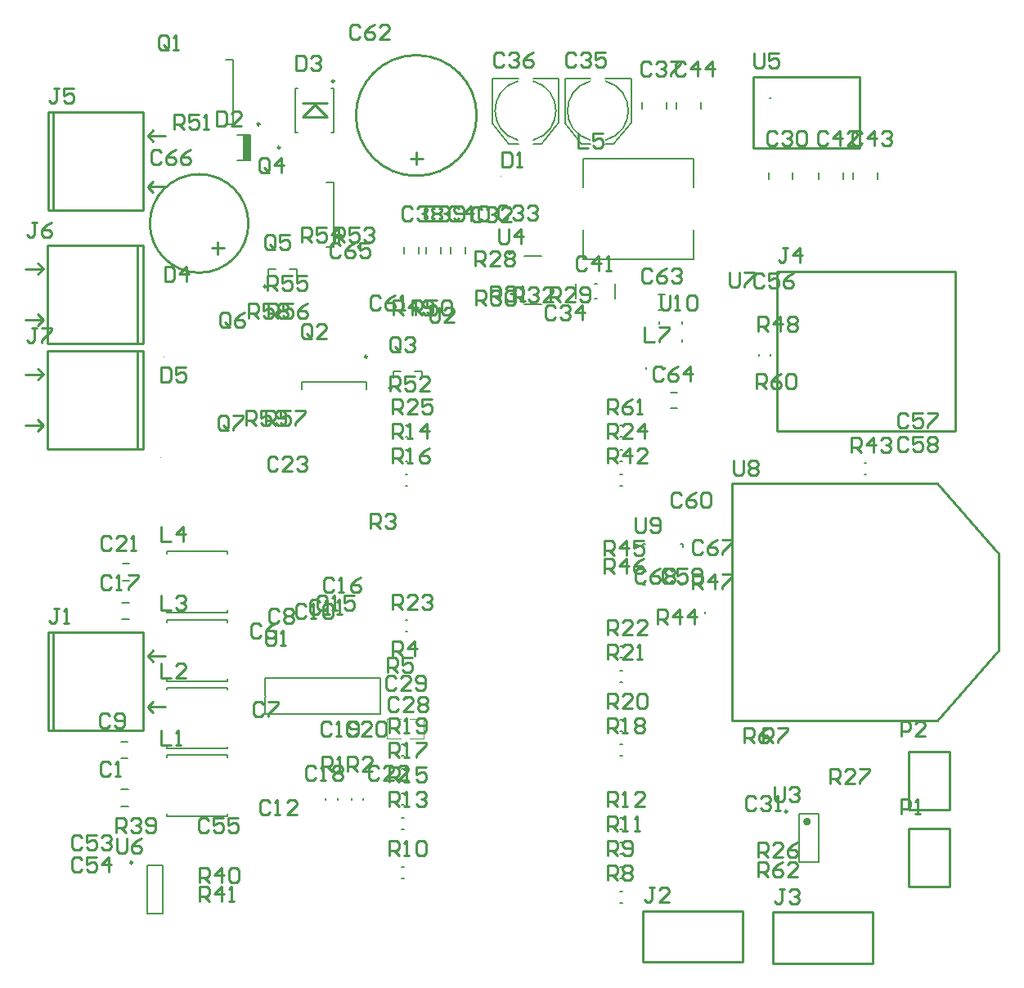
<source format=gto>
G04 Layer_Color=15132400*
%FSLAX25Y25*%
%MOIN*%
G70*
G01*
G75*
%ADD73C,0.01000*%
%ADD89C,0.01575*%
%ADD90C,0.00984*%
%ADD91C,0.00787*%
%ADD92C,0.00800*%
%ADD93C,0.00394*%
%ADD94C,0.00500*%
%ADD95R,0.03062X0.10236*%
D73*
X395358Y473520D02*
G03*
X395358Y473520I-220J0D01*
G01*
X275606Y466500D02*
G03*
X275606Y466500I-24606J0D01*
G01*
X182579Y422500D02*
G03*
X182579Y422500I-20079J0D01*
G01*
X388347Y482279D02*
X431653D01*
X388347Y453146D02*
Y482279D01*
Y453146D02*
X431653D01*
Y482279D01*
X379760Y219965D02*
Y316421D01*
Y219965D02*
X463421D01*
X488421Y248508D01*
Y287878D01*
X463421Y316421D02*
X488421Y287878D01*
X379760Y316421D02*
X463421D01*
X468213Y152194D02*
Y175794D01*
X451500D02*
X468213D01*
X451500Y152194D02*
Y175794D01*
Y152194D02*
X468213D01*
Y183695D02*
Y207295D01*
X451500D02*
X468213D01*
X451500Y183695D02*
Y207295D01*
Y183695D02*
X468213D01*
X100890Y216000D02*
X139472D01*
X100890Y256000D02*
X139472D01*
X100890Y216000D02*
Y256000D01*
X103055Y216000D02*
Y256000D01*
X139669Y216000D02*
Y256000D01*
X141539Y246197D02*
X143705Y244032D01*
X141539Y246394D02*
X143705Y248559D01*
X141539Y246394D02*
X148724D01*
X141539Y225331D02*
X143705Y223165D01*
X141539Y225528D02*
X143705Y227693D01*
X141539Y225528D02*
X148724D01*
X343400Y121500D02*
X384000D01*
X343400D02*
Y142400D01*
X384000D01*
Y121500D02*
Y142400D01*
X396400Y121000D02*
X437000D01*
X396400D02*
Y141900D01*
X437000D01*
Y121000D02*
Y141900D01*
X398000Y403000D02*
X470500D01*
Y338000D02*
Y403000D01*
X410500Y338000D02*
X470500D01*
X398000D02*
X410500D01*
X398000D02*
Y403000D01*
X204500Y466000D02*
X209500Y471000D01*
X204500Y466000D02*
X214500D01*
X209500Y471000D02*
X214500Y466000D01*
X209500Y471000D02*
Y471500D01*
X204500D02*
X214500D01*
X251000Y446500D02*
Y451500D01*
X248500Y449000D02*
X253500D01*
X100890Y428000D02*
X139472D01*
X100890Y468000D02*
X139472D01*
X100890Y428000D02*
Y468000D01*
X103055Y428000D02*
Y468000D01*
X139669Y428000D02*
Y468000D01*
X141539Y458197D02*
X143705Y456032D01*
X141539Y458394D02*
X143705Y460559D01*
X141539Y458394D02*
X148724D01*
X141539Y437331D02*
X143705Y435165D01*
X141539Y437528D02*
X143705Y439693D01*
X141539Y437528D02*
X148724D01*
X101028Y413500D02*
X139610D01*
X101028Y373500D02*
X139610D01*
Y413500D01*
X137445Y373500D02*
Y413500D01*
X100831Y373500D02*
Y413500D01*
X96795Y385469D02*
X98961Y383303D01*
X96795Y380941D02*
X98961Y383106D01*
X91776D02*
X98961D01*
X96795Y406335D02*
X98961Y404169D01*
X96795Y401807D02*
X98961Y403972D01*
X91776D02*
X98961D01*
X101028Y370500D02*
X139610D01*
X101028Y330500D02*
X139610D01*
Y370500D01*
X137445Y330500D02*
Y370500D01*
X100831Y330500D02*
Y370500D01*
X96795Y342469D02*
X98961Y340303D01*
X96795Y337941D02*
X98961Y340106D01*
X91776D02*
X98961D01*
X96795Y363335D02*
X98961Y361169D01*
X96795Y358807D02*
X98961Y360972D01*
X91776D02*
X98961D01*
X170000Y410000D02*
Y415000D01*
X167500Y412500D02*
X172500D01*
X360599Y487698D02*
X359599Y488698D01*
X357600D01*
X356600Y487698D01*
Y483700D01*
X357600Y482700D01*
X359599D01*
X360599Y483700D01*
X365597Y482700D02*
Y488698D01*
X362598Y485699D01*
X366597D01*
X371595Y482700D02*
Y488698D01*
X368596Y485699D01*
X372595D01*
X432599Y459198D02*
X431599Y460198D01*
X429600D01*
X428600Y459198D01*
Y455200D01*
X429600Y454200D01*
X431599D01*
X432599Y455200D01*
X437597Y454200D02*
Y460198D01*
X434598Y457199D01*
X438597D01*
X440596Y459198D02*
X441596Y460198D01*
X443595D01*
X444595Y459198D01*
Y458199D01*
X443595Y457199D01*
X442595D01*
X443595D01*
X444595Y456199D01*
Y455200D01*
X443595Y454200D01*
X441596D01*
X440596Y455200D01*
X418599Y459198D02*
X417599Y460198D01*
X415600D01*
X414600Y459198D01*
Y455200D01*
X415600Y454200D01*
X417599D01*
X418599Y455200D01*
X423597Y454200D02*
Y460198D01*
X420598Y457199D01*
X424597D01*
X430595Y454200D02*
X426596D01*
X430595Y458199D01*
Y459198D01*
X429595Y460198D01*
X427596D01*
X426596Y459198D01*
X398099D02*
X397099Y460198D01*
X395100D01*
X394100Y459198D01*
Y455200D01*
X395100Y454200D01*
X397099D01*
X398099Y455200D01*
X400098Y459198D02*
X401098Y460198D01*
X403097D01*
X404097Y459198D01*
Y458199D01*
X403097Y457199D01*
X402097D01*
X403097D01*
X404097Y456199D01*
Y455200D01*
X403097Y454200D01*
X401098D01*
X400098Y455200D01*
X406096Y459198D02*
X407096Y460198D01*
X409095D01*
X410095Y459198D01*
Y455200D01*
X409095Y454200D01*
X407096D01*
X406096Y455200D01*
Y459198D01*
X388800Y491798D02*
Y486800D01*
X389800Y485800D01*
X391799D01*
X392799Y486800D01*
Y491798D01*
X398797D02*
X394798D01*
Y488799D01*
X396797Y489799D01*
X397797D01*
X398797Y488799D01*
Y486800D01*
X397797Y485800D01*
X395798D01*
X394798Y486800D01*
X390200Y156300D02*
Y162298D01*
X393199D01*
X394199Y161298D01*
Y159299D01*
X393199Y158299D01*
X390200D01*
X392199D02*
X394199Y156300D01*
X400197Y162298D02*
X398197Y161298D01*
X396198Y159299D01*
Y157300D01*
X397198Y156300D01*
X399197D01*
X400197Y157300D01*
Y158299D01*
X399197Y159299D01*
X396198D01*
X406195Y156300D02*
X402196D01*
X406195Y160299D01*
Y161298D01*
X405195Y162298D01*
X403196D01*
X402196Y161298D01*
X350500Y393298D02*
Y388300D01*
X351500Y387300D01*
X353499D01*
X354499Y388300D01*
Y393298D01*
X356498Y387300D02*
X358497D01*
X357498D01*
Y393298D01*
X356498Y392298D01*
X361496D02*
X362496Y393298D01*
X364495D01*
X365495Y392298D01*
Y388300D01*
X364495Y387300D01*
X362496D01*
X361496Y388300D01*
Y392298D01*
X343867Y380256D02*
Y374258D01*
X347865D01*
X349865Y380256D02*
X353863D01*
Y379256D01*
X349865Y375257D01*
Y374258D01*
X351799Y363098D02*
X350799Y364098D01*
X348800D01*
X347800Y363098D01*
Y359100D01*
X348800Y358100D01*
X350799D01*
X351799Y359100D01*
X357797Y364098D02*
X355797Y363098D01*
X353798Y361099D01*
Y359100D01*
X354798Y358100D01*
X356797D01*
X357797Y359100D01*
Y360099D01*
X356797Y361099D01*
X353798D01*
X362795Y358100D02*
Y364098D01*
X359796Y361099D01*
X363795D01*
X346865Y403156D02*
X345866Y404156D01*
X343866D01*
X342867Y403156D01*
Y399158D01*
X343866Y398158D01*
X345866D01*
X346865Y399158D01*
X352863Y404156D02*
X350864Y403156D01*
X348865Y401157D01*
Y399158D01*
X349864Y398158D01*
X351864D01*
X352863Y399158D01*
Y400157D01*
X351864Y401157D01*
X348865D01*
X354863Y403156D02*
X355862Y404156D01*
X357862D01*
X358861Y403156D01*
Y402156D01*
X357862Y401157D01*
X356862D01*
X357862D01*
X358861Y400157D01*
Y399158D01*
X357862Y398158D01*
X355862D01*
X354863Y399158D01*
X363700Y273600D02*
Y279598D01*
X366699D01*
X367699Y278598D01*
Y276599D01*
X366699Y275599D01*
X363700D01*
X365699D02*
X367699Y273600D01*
X372697D02*
Y279598D01*
X369698Y276599D01*
X373697D01*
X375696Y279598D02*
X379695D01*
Y278598D01*
X375696Y274600D01*
Y273600D01*
X327700Y279800D02*
Y285798D01*
X330699D01*
X331699Y284798D01*
Y282799D01*
X330699Y281799D01*
X327700D01*
X329699D02*
X331699Y279800D01*
X336697D02*
Y285798D01*
X333698Y282799D01*
X337697D01*
X343695Y285798D02*
X341695Y284798D01*
X339696Y282799D01*
Y280800D01*
X340696Y279800D01*
X342695D01*
X343695Y280800D01*
Y281799D01*
X342695Y282799D01*
X339696D01*
X327700Y287300D02*
Y293298D01*
X330699D01*
X331699Y292298D01*
Y290299D01*
X330699Y289299D01*
X327700D01*
X329699D02*
X331699Y287300D01*
X336697D02*
Y293298D01*
X333698Y290299D01*
X337697D01*
X343695Y293298D02*
X339696D01*
Y290299D01*
X341695Y291299D01*
X342695D01*
X343695Y290299D01*
Y288300D01*
X342695Y287300D01*
X340696D01*
X339696Y288300D01*
X349200Y259300D02*
Y265298D01*
X352199D01*
X353199Y264298D01*
Y262299D01*
X352199Y261299D01*
X349200D01*
X351199D02*
X353199Y259300D01*
X358197D02*
Y265298D01*
X355198Y262299D01*
X359197D01*
X364195Y259300D02*
Y265298D01*
X361196Y262299D01*
X365195D01*
X358999Y311898D02*
X357999Y312898D01*
X356000D01*
X355000Y311898D01*
Y307900D01*
X356000Y306900D01*
X357999D01*
X358999Y307900D01*
X364997Y312898D02*
X362997Y311898D01*
X360998Y309899D01*
Y307900D01*
X361998Y306900D01*
X363997D01*
X364997Y307900D01*
Y308899D01*
X363997Y309899D01*
X360998D01*
X366996Y311898D02*
X367996Y312898D01*
X369995D01*
X370995Y311898D01*
Y307900D01*
X369995Y306900D01*
X367996D01*
X366996Y307900D01*
Y311898D01*
X355299Y280798D02*
X354299Y281798D01*
X352300D01*
X351300Y280798D01*
Y276800D01*
X352300Y275800D01*
X354299D01*
X355299Y276800D01*
X361297Y281798D02*
X357298D01*
Y278799D01*
X359297Y279799D01*
X360297D01*
X361297Y278799D01*
Y276800D01*
X360297Y275800D01*
X358298D01*
X357298Y276800D01*
X363296D02*
X364296Y275800D01*
X366295D01*
X367295Y276800D01*
Y280798D01*
X366295Y281798D01*
X364296D01*
X363296Y280798D01*
Y279799D01*
X364296Y278799D01*
X367295D01*
X340250Y302448D02*
Y297450D01*
X341250Y296450D01*
X343249D01*
X344249Y297450D01*
Y302448D01*
X346248Y297450D02*
X347248Y296450D01*
X349247D01*
X350247Y297450D01*
Y301448D01*
X349247Y302448D01*
X347248D01*
X346248Y301448D01*
Y300449D01*
X347248Y299449D01*
X350247D01*
X448500Y213500D02*
Y219498D01*
X451499D01*
X452499Y218498D01*
Y216499D01*
X451499Y215499D01*
X448500D01*
X458497Y213500D02*
X454498D01*
X458497Y217499D01*
Y218498D01*
X457497Y219498D01*
X455498D01*
X454498Y218498D01*
X448500Y182000D02*
Y187998D01*
X451499D01*
X452499Y186998D01*
Y184999D01*
X451499Y183999D01*
X448500D01*
X454498Y182000D02*
X456497D01*
X455498D01*
Y187998D01*
X454498Y186998D01*
X126199Y202198D02*
X125199Y203198D01*
X123200D01*
X122200Y202198D01*
Y198200D01*
X123200Y197200D01*
X125199D01*
X126199Y198200D01*
X128198Y197200D02*
X130197D01*
X129198D01*
Y203198D01*
X128198Y202198D01*
X187829Y258579D02*
X186829Y259579D01*
X184830D01*
X183830Y258579D01*
Y254580D01*
X184830Y253581D01*
X186829D01*
X187829Y254580D01*
X193827Y259579D02*
X191827Y258579D01*
X189828Y256580D01*
Y254580D01*
X190828Y253581D01*
X192827D01*
X193827Y254580D01*
Y255580D01*
X192827Y256580D01*
X189828D01*
X188829Y226579D02*
X187829Y227579D01*
X185830D01*
X184830Y226579D01*
Y222580D01*
X185830Y221581D01*
X187829D01*
X188829Y222580D01*
X190828Y227579D02*
X194827D01*
Y226579D01*
X190828Y222580D01*
Y221581D01*
X194999Y264498D02*
X193999Y265498D01*
X192000D01*
X191000Y264498D01*
Y260500D01*
X192000Y259500D01*
X193999D01*
X194999Y260500D01*
X196998Y264498D02*
X197998Y265498D01*
X199997D01*
X200997Y264498D01*
Y263499D01*
X199997Y262499D01*
X200997Y261499D01*
Y260500D01*
X199997Y259500D01*
X197998D01*
X196998Y260500D01*
Y261499D01*
X197998Y262499D01*
X196998Y263499D01*
Y264498D01*
X197998Y262499D02*
X199997D01*
X126099Y221798D02*
X125099Y222798D01*
X123100D01*
X122100Y221798D01*
Y217800D01*
X123100Y216800D01*
X125099D01*
X126099Y217800D01*
X128098D02*
X129098Y216800D01*
X131097D01*
X132097Y217800D01*
Y221798D01*
X131097Y222798D01*
X129098D01*
X128098Y221798D01*
Y220799D01*
X129098Y219799D01*
X132097D01*
X205999Y266498D02*
X204999Y267498D01*
X203000D01*
X202000Y266498D01*
Y262500D01*
X203000Y261500D01*
X204999D01*
X205999Y262500D01*
X207998Y261500D02*
X209997D01*
X208998D01*
Y267498D01*
X207998Y266498D01*
X212996D02*
X213996Y267498D01*
X215996D01*
X216995Y266498D01*
Y262500D01*
X215996Y261500D01*
X213996D01*
X212996Y262500D01*
Y266498D01*
X211629Y268179D02*
X210629Y269179D01*
X208630D01*
X207630Y268179D01*
Y264180D01*
X208630Y263181D01*
X210629D01*
X211629Y264180D01*
X213628Y263181D02*
X215627D01*
X214628D01*
Y269179D01*
X213628Y268179D01*
X218626Y263181D02*
X220626D01*
X219626D01*
Y269179D01*
X218626Y268179D01*
X191329Y186679D02*
X190329Y187679D01*
X188330D01*
X187330Y186679D01*
Y182680D01*
X188330Y181681D01*
X190329D01*
X191329Y182680D01*
X193328Y181681D02*
X195327D01*
X194328D01*
Y187679D01*
X193328Y186679D01*
X202325Y181681D02*
X198326D01*
X202325Y185679D01*
Y186679D01*
X201325Y187679D01*
X199326D01*
X198326Y186679D01*
X214529Y269879D02*
X213529Y270879D01*
X211530D01*
X210530Y269879D01*
Y265880D01*
X211530Y264881D01*
X213529D01*
X214529Y265880D01*
X216528Y264881D02*
X218527D01*
X217528D01*
Y270879D01*
X216528Y269879D01*
X225525Y270879D02*
X221526D01*
Y267880D01*
X223526Y268879D01*
X224525D01*
X225525Y267880D01*
Y265880D01*
X224525Y264881D01*
X222526D01*
X221526Y265880D01*
X217329Y277279D02*
X216329Y278279D01*
X214330D01*
X213330Y277279D01*
Y273280D01*
X214330Y272281D01*
X216329D01*
X217329Y273280D01*
X219328Y272281D02*
X221327D01*
X220328D01*
Y278279D01*
X219328Y277279D01*
X228325Y278279D02*
X226326Y277279D01*
X224326Y275280D01*
Y273280D01*
X225326Y272281D01*
X227325D01*
X228325Y273280D01*
Y274280D01*
X227325Y275280D01*
X224326D01*
X126599Y278298D02*
X125599Y279298D01*
X123600D01*
X122600Y278298D01*
Y274300D01*
X123600Y273300D01*
X125599D01*
X126599Y274300D01*
X128598Y273300D02*
X130597D01*
X129598D01*
Y279298D01*
X128598Y278298D01*
X133596Y279298D02*
X137595D01*
Y278298D01*
X133596Y274300D01*
Y273300D01*
X210049Y200648D02*
X209049Y201648D01*
X207050D01*
X206050Y200648D01*
Y196650D01*
X207050Y195650D01*
X209049D01*
X210049Y196650D01*
X212048Y195650D02*
X214047D01*
X213048D01*
Y201648D01*
X212048Y200648D01*
X217046D02*
X218046Y201648D01*
X220045D01*
X221045Y200648D01*
Y199649D01*
X220045Y198649D01*
X221045Y197649D01*
Y196650D01*
X220045Y195650D01*
X218046D01*
X217046Y196650D01*
Y197649D01*
X218046Y198649D01*
X217046Y199649D01*
Y200648D01*
X218046Y198649D02*
X220045D01*
X216299Y218598D02*
X215299Y219598D01*
X213300D01*
X212300Y218598D01*
Y214600D01*
X213300Y213600D01*
X215299D01*
X216299Y214600D01*
X218298Y213600D02*
X220297D01*
X219298D01*
Y219598D01*
X218298Y218598D01*
X223296Y214600D02*
X224296Y213600D01*
X226295D01*
X227295Y214600D01*
Y218598D01*
X226295Y219598D01*
X224296D01*
X223296Y218598D01*
Y217599D01*
X224296Y216599D01*
X227295D01*
X226799Y218598D02*
X225799Y219598D01*
X223800D01*
X222800Y218598D01*
Y214600D01*
X223800Y213600D01*
X225799D01*
X226799Y214600D01*
X232797Y213600D02*
X228798D01*
X232797Y217599D01*
Y218598D01*
X231797Y219598D01*
X229798D01*
X228798Y218598D01*
X234796D02*
X235796Y219598D01*
X237795D01*
X238795Y218598D01*
Y214600D01*
X237795Y213600D01*
X235796D01*
X234796Y214600D01*
Y218598D01*
X126699Y294198D02*
X125699Y295198D01*
X123700D01*
X122700Y294198D01*
Y290200D01*
X123700Y289200D01*
X125699D01*
X126699Y290200D01*
X132697Y289200D02*
X128698D01*
X132697Y293199D01*
Y294198D01*
X131697Y295198D01*
X129698D01*
X128698Y294198D01*
X134696Y289200D02*
X136696D01*
X135696D01*
Y295198D01*
X134696Y294198D01*
X235549Y200648D02*
X234549Y201648D01*
X232550D01*
X231550Y200648D01*
Y196650D01*
X232550Y195650D01*
X234549D01*
X235549Y196650D01*
X241547Y195650D02*
X237548D01*
X241547Y199649D01*
Y200648D01*
X240547Y201648D01*
X238548D01*
X237548Y200648D01*
X247545Y195650D02*
X243546D01*
X247545Y199649D01*
Y200648D01*
X246545Y201648D01*
X244546D01*
X243546Y200648D01*
X194499Y326598D02*
X193499Y327598D01*
X191500D01*
X190500Y326598D01*
Y322600D01*
X191500Y321600D01*
X193499D01*
X194499Y322600D01*
X200497Y321600D02*
X196498D01*
X200497Y325599D01*
Y326598D01*
X199497Y327598D01*
X197498D01*
X196498Y326598D01*
X202496D02*
X203496Y327598D01*
X205495D01*
X206495Y326598D01*
Y325599D01*
X205495Y324599D01*
X204496D01*
X205495D01*
X206495Y323599D01*
Y322600D01*
X205495Y321600D01*
X203496D01*
X202496Y322600D01*
X243799Y228598D02*
X242799Y229598D01*
X240800D01*
X239800Y228598D01*
Y224600D01*
X240800Y223600D01*
X242799D01*
X243799Y224600D01*
X249797Y223600D02*
X245798D01*
X249797Y227599D01*
Y228598D01*
X248797Y229598D01*
X246798D01*
X245798Y228598D01*
X251796D02*
X252796Y229598D01*
X254795D01*
X255795Y228598D01*
Y227599D01*
X254795Y226599D01*
X255795Y225599D01*
Y224600D01*
X254795Y223600D01*
X252796D01*
X251796Y224600D01*
Y225599D01*
X252796Y226599D01*
X251796Y227599D01*
Y228598D01*
X252796Y226599D02*
X254795D01*
X242699Y237198D02*
X241699Y238198D01*
X239700D01*
X238700Y237198D01*
Y233200D01*
X239700Y232200D01*
X241699D01*
X242699Y233200D01*
X248697Y232200D02*
X244698D01*
X248697Y236199D01*
Y237198D01*
X247697Y238198D01*
X245698D01*
X244698Y237198D01*
X250696Y233200D02*
X251696Y232200D01*
X253695D01*
X254695Y233200D01*
Y237198D01*
X253695Y238198D01*
X251696D01*
X250696Y237198D01*
Y236199D01*
X251696Y235199D01*
X254695D01*
X389299Y188098D02*
X388299Y189098D01*
X386300D01*
X385300Y188098D01*
Y184100D01*
X386300Y183100D01*
X388299D01*
X389299Y184100D01*
X391298Y188098D02*
X392298Y189098D01*
X394297D01*
X395297Y188098D01*
Y187099D01*
X394297Y186099D01*
X393297D01*
X394297D01*
X395297Y185099D01*
Y184100D01*
X394297Y183100D01*
X392298D01*
X391298Y184100D01*
X397296Y183100D02*
X399295D01*
X398296D01*
Y189098D01*
X397296Y188098D01*
X277799Y428098D02*
X276799Y429098D01*
X274800D01*
X273800Y428098D01*
Y424100D01*
X274800Y423100D01*
X276799D01*
X277799Y424100D01*
X279798Y428098D02*
X280798Y429098D01*
X282797D01*
X283797Y428098D01*
Y427099D01*
X282797Y426099D01*
X281797D01*
X282797D01*
X283797Y425099D01*
Y424100D01*
X282797Y423100D01*
X280798D01*
X279798Y424100D01*
X289795Y423100D02*
X285796D01*
X289795Y427099D01*
Y428098D01*
X288795Y429098D01*
X286796D01*
X285796Y428098D01*
X288449Y428748D02*
X287449Y429748D01*
X285450D01*
X284450Y428748D01*
Y424750D01*
X285450Y423750D01*
X287449D01*
X288449Y424750D01*
X290448Y428748D02*
X291448Y429748D01*
X293447D01*
X294447Y428748D01*
Y427749D01*
X293447Y426749D01*
X292447D01*
X293447D01*
X294447Y425749D01*
Y424750D01*
X293447Y423750D01*
X291448D01*
X290448Y424750D01*
X296446Y428748D02*
X297446Y429748D01*
X299445D01*
X300445Y428748D01*
Y427749D01*
X299445Y426749D01*
X298446D01*
X299445D01*
X300445Y425749D01*
Y424750D01*
X299445Y423750D01*
X297446D01*
X296446Y424750D01*
X307749Y388248D02*
X306749Y389248D01*
X304750D01*
X303750Y388248D01*
Y384250D01*
X304750Y383250D01*
X306749D01*
X307749Y384250D01*
X309748Y388248D02*
X310748Y389248D01*
X312747D01*
X313747Y388248D01*
Y387249D01*
X312747Y386249D01*
X311747D01*
X312747D01*
X313747Y385249D01*
Y384250D01*
X312747Y383250D01*
X310748D01*
X309748Y384250D01*
X318745Y383250D02*
Y389248D01*
X315746Y386249D01*
X319745D01*
X316099Y491298D02*
X315099Y492298D01*
X313100D01*
X312100Y491298D01*
Y487300D01*
X313100Y486300D01*
X315099D01*
X316099Y487300D01*
X318098Y491298D02*
X319098Y492298D01*
X321097D01*
X322097Y491298D01*
Y490299D01*
X321097Y489299D01*
X320097D01*
X321097D01*
X322097Y488299D01*
Y487300D01*
X321097Y486300D01*
X319098D01*
X318098Y487300D01*
X328095Y492298D02*
X324096D01*
Y489299D01*
X326096Y490299D01*
X327095D01*
X328095Y489299D01*
Y487300D01*
X327095Y486300D01*
X325096D01*
X324096Y487300D01*
X286599Y491298D02*
X285599Y492298D01*
X283600D01*
X282600Y491298D01*
Y487300D01*
X283600Y486300D01*
X285599D01*
X286599Y487300D01*
X288598Y491298D02*
X289598Y492298D01*
X291597D01*
X292597Y491298D01*
Y490299D01*
X291597Y489299D01*
X290597D01*
X291597D01*
X292597Y488299D01*
Y487300D01*
X291597Y486300D01*
X289598D01*
X288598Y487300D01*
X298595Y492298D02*
X296596Y491298D01*
X294596Y489299D01*
Y487300D01*
X295596Y486300D01*
X297595D01*
X298595Y487300D01*
Y488299D01*
X297595Y489299D01*
X294596D01*
X346599Y487698D02*
X345599Y488698D01*
X343600D01*
X342600Y487698D01*
Y483700D01*
X343600Y482700D01*
X345599D01*
X346599Y483700D01*
X348598Y487698D02*
X349598Y488698D01*
X351597D01*
X352597Y487698D01*
Y486699D01*
X351597Y485699D01*
X350597D01*
X351597D01*
X352597Y484699D01*
Y483700D01*
X351597Y482700D01*
X349598D01*
X348598Y483700D01*
X354596Y488698D02*
X358595D01*
Y487698D01*
X354596Y483700D01*
Y482700D01*
X249399Y428698D02*
X248399Y429698D01*
X246400D01*
X245400Y428698D01*
Y424700D01*
X246400Y423700D01*
X248399D01*
X249399Y424700D01*
X251398Y428698D02*
X252398Y429698D01*
X254397D01*
X255397Y428698D01*
Y427699D01*
X254397Y426699D01*
X253397D01*
X254397D01*
X255397Y425699D01*
Y424700D01*
X254397Y423700D01*
X252398D01*
X251398Y424700D01*
X257396Y428698D02*
X258396Y429698D01*
X260395D01*
X261395Y428698D01*
Y427699D01*
X260395Y426699D01*
X261395Y425699D01*
Y424700D01*
X260395Y423700D01*
X258396D01*
X257396Y424700D01*
Y425699D01*
X258396Y426699D01*
X257396Y427699D01*
Y428698D01*
X258396Y426699D02*
X260395D01*
X258399Y428698D02*
X257399Y429698D01*
X255400D01*
X254400Y428698D01*
Y424700D01*
X255400Y423700D01*
X257399D01*
X258399Y424700D01*
X260398Y428698D02*
X261398Y429698D01*
X263397D01*
X264397Y428698D01*
Y427699D01*
X263397Y426699D01*
X262397D01*
X263397D01*
X264397Y425699D01*
Y424700D01*
X263397Y423700D01*
X261398D01*
X260398Y424700D01*
X266396D02*
X267396Y423700D01*
X269395D01*
X270395Y424700D01*
Y428698D01*
X269395Y429698D01*
X267396D01*
X266396Y428698D01*
Y427699D01*
X267396Y426699D01*
X270395D01*
X268399Y428698D02*
X267399Y429698D01*
X265400D01*
X264400Y428698D01*
Y424700D01*
X265400Y423700D01*
X267399D01*
X268399Y424700D01*
X273397Y423700D02*
Y429698D01*
X270398Y426699D01*
X274397D01*
X276396Y428698D02*
X277396Y429698D01*
X279395D01*
X280395Y428698D01*
Y424700D01*
X279395Y423700D01*
X277396D01*
X276396Y424700D01*
Y428698D01*
X320399Y408198D02*
X319399Y409198D01*
X317400D01*
X316400Y408198D01*
Y404200D01*
X317400Y403200D01*
X319399D01*
X320399Y404200D01*
X325397Y403200D02*
Y409198D01*
X322398Y406199D01*
X326397D01*
X328396Y403200D02*
X330396D01*
X329396D01*
Y409198D01*
X328396Y408198D01*
X114699Y172198D02*
X113699Y173198D01*
X111700D01*
X110700Y172198D01*
Y168200D01*
X111700Y167200D01*
X113699D01*
X114699Y168200D01*
X120697Y173198D02*
X116698D01*
Y170199D01*
X118697Y171199D01*
X119697D01*
X120697Y170199D01*
Y168200D01*
X119697Y167200D01*
X117698D01*
X116698Y168200D01*
X122696Y172198D02*
X123696Y173198D01*
X125695D01*
X126695Y172198D01*
Y171199D01*
X125695Y170199D01*
X124696D01*
X125695D01*
X126695Y169199D01*
Y168200D01*
X125695Y167200D01*
X123696D01*
X122696Y168200D01*
X114699Y163198D02*
X113699Y164198D01*
X111700D01*
X110700Y163198D01*
Y159200D01*
X111700Y158200D01*
X113699D01*
X114699Y159200D01*
X120697Y164198D02*
X116698D01*
Y161199D01*
X118697Y162199D01*
X119697D01*
X120697Y161199D01*
Y159200D01*
X119697Y158200D01*
X117698D01*
X116698Y159200D01*
X125695Y158200D02*
Y164198D01*
X122696Y161199D01*
X126695D01*
X166299Y179298D02*
X165299Y180298D01*
X163300D01*
X162300Y179298D01*
Y175300D01*
X163300Y174300D01*
X165299D01*
X166299Y175300D01*
X172297Y180298D02*
X168298D01*
Y177299D01*
X170297Y178299D01*
X171297D01*
X172297Y177299D01*
Y175300D01*
X171297Y174300D01*
X169298D01*
X168298Y175300D01*
X178295Y180298D02*
X174296D01*
Y177299D01*
X176295Y178299D01*
X177295D01*
X178295Y177299D01*
Y175300D01*
X177295Y174300D01*
X175296D01*
X174296Y175300D01*
X451399Y344198D02*
X450399Y345198D01*
X448400D01*
X447400Y344198D01*
Y340200D01*
X448400Y339200D01*
X450399D01*
X451399Y340200D01*
X457397Y345198D02*
X453398D01*
Y342199D01*
X455397Y343199D01*
X456397D01*
X457397Y342199D01*
Y340200D01*
X456397Y339200D01*
X454398D01*
X453398Y340200D01*
X459396Y345198D02*
X463395D01*
Y344198D01*
X459396Y340200D01*
Y339200D01*
X451399Y334598D02*
X450399Y335598D01*
X448400D01*
X447400Y334598D01*
Y330600D01*
X448400Y329600D01*
X450399D01*
X451399Y330600D01*
X457397Y335598D02*
X453398D01*
Y332599D01*
X455397Y333599D01*
X456397D01*
X457397Y332599D01*
Y330600D01*
X456397Y329600D01*
X454398D01*
X453398Y330600D01*
X459396Y334598D02*
X460396Y335598D01*
X462395D01*
X463395Y334598D01*
Y333599D01*
X462395Y332599D01*
X463395Y331599D01*
Y330600D01*
X462395Y329600D01*
X460396D01*
X459396Y330600D01*
Y331599D01*
X460396Y332599D01*
X459396Y333599D01*
Y334598D01*
X460396Y332599D02*
X462395D01*
X236299Y392098D02*
X235299Y393098D01*
X233300D01*
X232300Y392098D01*
Y388100D01*
X233300Y387100D01*
X235299D01*
X236299Y388100D01*
X242297Y393098D02*
X240297Y392098D01*
X238298Y390099D01*
Y388100D01*
X239298Y387100D01*
X241297D01*
X242297Y388100D01*
Y389099D01*
X241297Y390099D01*
X238298D01*
X244296Y387100D02*
X246295D01*
X245296D01*
Y393098D01*
X244296Y392098D01*
X227899Y502598D02*
X226899Y503598D01*
X224900D01*
X223900Y502598D01*
Y498600D01*
X224900Y497600D01*
X226899D01*
X227899Y498600D01*
X233897Y503598D02*
X231897Y502598D01*
X229898Y500599D01*
Y498600D01*
X230898Y497600D01*
X232897D01*
X233897Y498600D01*
Y499599D01*
X232897Y500599D01*
X229898D01*
X239895Y497600D02*
X235896D01*
X239895Y501599D01*
Y502598D01*
X238895Y503598D01*
X236896D01*
X235896Y502598D01*
X219899Y413698D02*
X218899Y414698D01*
X216900D01*
X215900Y413698D01*
Y409700D01*
X216900Y408700D01*
X218899D01*
X219899Y409700D01*
X225897Y414698D02*
X223897Y413698D01*
X221898Y411699D01*
Y409700D01*
X222898Y408700D01*
X224897D01*
X225897Y409700D01*
Y410699D01*
X224897Y411699D01*
X221898D01*
X231895Y414698D02*
X227896D01*
Y411699D01*
X229895Y412699D01*
X230895D01*
X231895Y411699D01*
Y409700D01*
X230895Y408700D01*
X228896D01*
X227896Y409700D01*
X146899Y451498D02*
X145899Y452498D01*
X143900D01*
X142900Y451498D01*
Y447500D01*
X143900Y446500D01*
X145899D01*
X146899Y447500D01*
X152897Y452498D02*
X150897Y451498D01*
X148898Y449499D01*
Y447500D01*
X149898Y446500D01*
X151897D01*
X152897Y447500D01*
Y448499D01*
X151897Y449499D01*
X148898D01*
X158895Y452498D02*
X156895Y451498D01*
X154896Y449499D01*
Y447500D01*
X155896Y446500D01*
X157895D01*
X158895Y447500D01*
Y448499D01*
X157895Y449499D01*
X154896D01*
X392799Y401098D02*
X391799Y402098D01*
X389800D01*
X388800Y401098D01*
Y397100D01*
X389800Y396100D01*
X391799D01*
X392799Y397100D01*
X398797Y402098D02*
X394798D01*
Y399099D01*
X396797Y400099D01*
X397797D01*
X398797Y399099D01*
Y397100D01*
X397797Y396100D01*
X395798D01*
X394798Y397100D01*
X404795Y402098D02*
X402796Y401098D01*
X400796Y399099D01*
Y397100D01*
X401796Y396100D01*
X403795D01*
X404795Y397100D01*
Y398099D01*
X403795Y399099D01*
X400796D01*
X286000Y451498D02*
Y445500D01*
X288999D01*
X289999Y446500D01*
Y450498D01*
X288999Y451498D01*
X286000D01*
X291998Y445500D02*
X293997D01*
X292998D01*
Y451498D01*
X291998Y450498D01*
X202100Y490898D02*
Y484900D01*
X205099D01*
X206099Y485900D01*
Y489898D01*
X205099Y490898D01*
X202100D01*
X208098Y489898D02*
X209098Y490898D01*
X211097D01*
X212097Y489898D01*
Y488899D01*
X211097Y487899D01*
X210097D01*
X211097D01*
X212097Y486899D01*
Y485900D01*
X211097Y484900D01*
X209098D01*
X208098Y485900D01*
X148500Y404998D02*
Y399000D01*
X151499D01*
X152499Y400000D01*
Y403998D01*
X151499Y404998D01*
X148500D01*
X157497Y399000D02*
Y404998D01*
X154498Y401999D01*
X158497D01*
X147000Y363998D02*
Y358000D01*
X149999D01*
X150999Y359000D01*
Y362998D01*
X149999Y363998D01*
X147000D01*
X156997D02*
X152998D01*
Y360999D01*
X154997Y361999D01*
X155997D01*
X156997Y360999D01*
Y359000D01*
X155997Y358000D01*
X153998D01*
X152998Y359000D01*
X105399Y265498D02*
X103399D01*
X104399D01*
Y260500D01*
X103399Y259500D01*
X102400D01*
X101400Y260500D01*
X107398Y259500D02*
X109397D01*
X108398D01*
Y265498D01*
X107398Y264498D01*
X347899Y151898D02*
X345899D01*
X346899D01*
Y146900D01*
X345899Y145900D01*
X344900D01*
X343900Y146900D01*
X353897Y145900D02*
X349898D01*
X353897Y149899D01*
Y150898D01*
X352897Y151898D01*
X350898D01*
X349898Y150898D01*
X400899Y151398D02*
X398899D01*
X399899D01*
Y146400D01*
X398899Y145400D01*
X397900D01*
X396900Y146400D01*
X402898Y150398D02*
X403898Y151398D01*
X405897D01*
X406897Y150398D01*
Y149399D01*
X405897Y148399D01*
X404897D01*
X405897D01*
X406897Y147399D01*
Y146400D01*
X405897Y145400D01*
X403898D01*
X402898Y146400D01*
X105399Y477498D02*
X103399D01*
X104399D01*
Y472500D01*
X103399Y471500D01*
X102400D01*
X101400Y472500D01*
X111397Y477498D02*
X107398D01*
Y474499D01*
X109397Y475499D01*
X110397D01*
X111397Y474499D01*
Y472500D01*
X110397Y471500D01*
X108398D01*
X107398Y472500D01*
X96299Y422998D02*
X94299D01*
X95299D01*
Y418000D01*
X94299Y417000D01*
X93300D01*
X92300Y418000D01*
X102297Y422998D02*
X100297Y421998D01*
X98298Y419999D01*
Y418000D01*
X99298Y417000D01*
X101297D01*
X102297Y418000D01*
Y418999D01*
X101297Y419999D01*
X98298D01*
X96299Y379998D02*
X94299D01*
X95299D01*
Y375000D01*
X94299Y374000D01*
X93300D01*
X92300Y375000D01*
X98298Y379998D02*
X102297D01*
Y378998D01*
X98298Y375000D01*
Y374000D01*
X402499Y412498D02*
X400499D01*
X401499D01*
Y407500D01*
X400499Y406500D01*
X399500D01*
X398500Y407500D01*
X407497Y406500D02*
Y412498D01*
X404498Y409499D01*
X408497D01*
X146900Y215898D02*
Y209900D01*
X150899D01*
X152898D02*
X154897D01*
X153898D01*
Y215898D01*
X152898Y214898D01*
X146900Y243398D02*
Y237400D01*
X150899D01*
X156897D02*
X152898D01*
X156897Y241399D01*
Y242398D01*
X155897Y243398D01*
X153898D01*
X152898Y242398D01*
X146900Y270898D02*
Y264900D01*
X150899D01*
X152898Y269898D02*
X153898Y270898D01*
X155897D01*
X156897Y269898D01*
Y268899D01*
X155897Y267899D01*
X154897D01*
X155897D01*
X156897Y266899D01*
Y265900D01*
X155897Y264900D01*
X153898D01*
X152898Y265900D01*
X146900Y298898D02*
Y292900D01*
X150899D01*
X155897D02*
Y298898D01*
X152898Y295899D01*
X156897D01*
X317150Y459148D02*
Y453150D01*
X321149D01*
X327147Y459148D02*
X323148D01*
Y456149D01*
X325147Y457149D01*
X326147D01*
X327147Y456149D01*
Y454150D01*
X326147Y453150D01*
X324148D01*
X323148Y454150D01*
X149899Y494200D02*
Y498198D01*
X148899Y499198D01*
X146900D01*
X145900Y498198D01*
Y494200D01*
X146900Y493200D01*
X148899D01*
X147899Y495199D02*
X149899Y493200D01*
X148899D02*
X149899Y494200D01*
X151898Y493200D02*
X153897D01*
X152898D01*
Y499198D01*
X151898Y498198D01*
X208299Y376600D02*
Y380598D01*
X207299Y381598D01*
X205300D01*
X204300Y380598D01*
Y376600D01*
X205300Y375600D01*
X207299D01*
X206299Y377599D02*
X208299Y375600D01*
X207299D02*
X208299Y376600D01*
X214297Y375600D02*
X210298D01*
X214297Y379599D01*
Y380598D01*
X213297Y381598D01*
X211298D01*
X210298Y380598D01*
X244399Y371300D02*
Y375298D01*
X243399Y376298D01*
X241400D01*
X240400Y375298D01*
Y371300D01*
X241400Y370300D01*
X243399D01*
X242399Y372299D02*
X244399Y370300D01*
X243399D02*
X244399Y371300D01*
X246398Y375298D02*
X247398Y376298D01*
X249397D01*
X250397Y375298D01*
Y374299D01*
X249397Y373299D01*
X248397D01*
X249397D01*
X250397Y372299D01*
Y371300D01*
X249397Y370300D01*
X247398D01*
X246398Y371300D01*
X190899Y444200D02*
Y448198D01*
X189899Y449198D01*
X187900D01*
X186900Y448198D01*
Y444200D01*
X187900Y443200D01*
X189899D01*
X188899Y445199D02*
X190899Y443200D01*
X189899D02*
X190899Y444200D01*
X195897Y443200D02*
Y449198D01*
X192898Y446199D01*
X196897D01*
X193399Y412800D02*
Y416798D01*
X192399Y417798D01*
X190400D01*
X189400Y416798D01*
Y412800D01*
X190400Y411800D01*
X192399D01*
X191399Y413799D02*
X193399Y411800D01*
X192399D02*
X193399Y412800D01*
X199397Y417798D02*
X195398D01*
Y414799D01*
X197397Y415799D01*
X198397D01*
X199397Y414799D01*
Y412800D01*
X198397Y411800D01*
X196398D01*
X195398Y412800D01*
X174949Y381250D02*
Y385248D01*
X173949Y386248D01*
X171950D01*
X170950Y385248D01*
Y381250D01*
X171950Y380250D01*
X173949D01*
X172949Y382249D02*
X174949Y380250D01*
X173949D02*
X174949Y381250D01*
X180947Y386248D02*
X178947Y385248D01*
X176948Y383249D01*
Y381250D01*
X177948Y380250D01*
X179947D01*
X180947Y381250D01*
Y382249D01*
X179947Y383249D01*
X176948D01*
X174449Y339250D02*
Y343248D01*
X173449Y344248D01*
X171450D01*
X170450Y343248D01*
Y339250D01*
X171450Y338250D01*
X173449D01*
X172449Y340249D02*
X174449Y338250D01*
X173449D02*
X174449Y339250D01*
X176448Y344248D02*
X180447D01*
Y343248D01*
X176448Y339250D01*
Y338250D01*
X212530Y199381D02*
Y205379D01*
X215529D01*
X216529Y204379D01*
Y202380D01*
X215529Y201380D01*
X212530D01*
X214529D02*
X216529Y199381D01*
X218528D02*
X220527D01*
X219528D01*
Y205379D01*
X218528Y204379D01*
X223000Y199400D02*
Y205398D01*
X225999D01*
X226999Y204398D01*
Y202399D01*
X225999Y201399D01*
X223000D01*
X224999D02*
X226999Y199400D01*
X232997D02*
X228998D01*
X232997Y203399D01*
Y204398D01*
X231997Y205398D01*
X229998D01*
X228998Y204398D01*
X232200Y298300D02*
Y304298D01*
X235199D01*
X236199Y303298D01*
Y301299D01*
X235199Y300299D01*
X232200D01*
X234199D02*
X236199Y298300D01*
X238198Y303298D02*
X239198Y304298D01*
X241197D01*
X242197Y303298D01*
Y302299D01*
X241197Y301299D01*
X240197D01*
X241197D01*
X242197Y300299D01*
Y299300D01*
X241197Y298300D01*
X239198D01*
X238198Y299300D01*
X241250Y246350D02*
Y252348D01*
X244249D01*
X245249Y251348D01*
Y249349D01*
X244249Y248349D01*
X241250D01*
X243249D02*
X245249Y246350D01*
X250247D02*
Y252348D01*
X247248Y249349D01*
X251247D01*
X239400Y239700D02*
Y245698D01*
X242399D01*
X243399Y244698D01*
Y242699D01*
X242399Y241699D01*
X239400D01*
X241399D02*
X243399Y239700D01*
X249397Y245698D02*
X245398D01*
Y242699D01*
X247397Y243699D01*
X248397D01*
X249397Y242699D01*
Y240700D01*
X248397Y239700D01*
X246398D01*
X245398Y240700D01*
X384700Y210800D02*
Y216798D01*
X387699D01*
X388699Y215798D01*
Y213799D01*
X387699Y212799D01*
X384700D01*
X386699D02*
X388699Y210800D01*
X394697Y216798D02*
X392697Y215798D01*
X390698Y213799D01*
Y211800D01*
X391698Y210800D01*
X393697D01*
X394697Y211800D01*
Y212799D01*
X393697Y213799D01*
X390698D01*
X392200Y210800D02*
Y216798D01*
X395199D01*
X396199Y215798D01*
Y213799D01*
X395199Y212799D01*
X392200D01*
X394199D02*
X396199Y210800D01*
X398198Y216798D02*
X402197D01*
Y215798D01*
X398198Y211800D01*
Y210800D01*
X328900Y154800D02*
Y160798D01*
X331899D01*
X332899Y159798D01*
Y157799D01*
X331899Y156799D01*
X328900D01*
X330899D02*
X332899Y154800D01*
X334898Y159798D02*
X335898Y160798D01*
X337897D01*
X338897Y159798D01*
Y158799D01*
X337897Y157799D01*
X338897Y156799D01*
Y155800D01*
X337897Y154800D01*
X335898D01*
X334898Y155800D01*
Y156799D01*
X335898Y157799D01*
X334898Y158799D01*
Y159798D01*
X335898Y157799D02*
X337897D01*
X328900Y164800D02*
Y170798D01*
X331899D01*
X332899Y169798D01*
Y167799D01*
X331899Y166799D01*
X328900D01*
X330899D02*
X332899Y164800D01*
X334898Y165800D02*
X335898Y164800D01*
X337897D01*
X338897Y165800D01*
Y169798D01*
X337897Y170798D01*
X335898D01*
X334898Y169798D01*
Y168799D01*
X335898Y167799D01*
X338897D01*
X239900Y164800D02*
Y170798D01*
X242899D01*
X243899Y169798D01*
Y167799D01*
X242899Y166799D01*
X239900D01*
X241899D02*
X243899Y164800D01*
X245898D02*
X247897D01*
X246898D01*
Y170798D01*
X245898Y169798D01*
X250896D02*
X251896Y170798D01*
X253895D01*
X254895Y169798D01*
Y165800D01*
X253895Y164800D01*
X251896D01*
X250896Y165800D01*
Y169798D01*
X328900Y174800D02*
Y180798D01*
X331899D01*
X332899Y179798D01*
Y177799D01*
X331899Y176799D01*
X328900D01*
X330899D02*
X332899Y174800D01*
X334898D02*
X336897D01*
X335898D01*
Y180798D01*
X334898Y179798D01*
X339896Y174800D02*
X341896D01*
X340896D01*
Y180798D01*
X339896Y179798D01*
X328900Y184800D02*
Y190798D01*
X331899D01*
X332899Y189798D01*
Y187799D01*
X331899Y186799D01*
X328900D01*
X330899D02*
X332899Y184800D01*
X334898D02*
X336897D01*
X335898D01*
Y190798D01*
X334898Y189798D01*
X343895Y184800D02*
X339896D01*
X343895Y188799D01*
Y189798D01*
X342896Y190798D01*
X340896D01*
X339896Y189798D01*
X239900Y184800D02*
Y190798D01*
X242899D01*
X243899Y189798D01*
Y187799D01*
X242899Y186799D01*
X239900D01*
X241899D02*
X243899Y184800D01*
X245898D02*
X247897D01*
X246898D01*
Y190798D01*
X245898Y189798D01*
X250896D02*
X251896Y190798D01*
X253895D01*
X254895Y189798D01*
Y188799D01*
X253895Y187799D01*
X252896D01*
X253895D01*
X254895Y186799D01*
Y185800D01*
X253895Y184800D01*
X251896D01*
X250896Y185800D01*
X241400Y334800D02*
Y340798D01*
X244399D01*
X245399Y339798D01*
Y337799D01*
X244399Y336799D01*
X241400D01*
X243399D02*
X245399Y334800D01*
X247398D02*
X249397D01*
X248398D01*
Y340798D01*
X247398Y339798D01*
X255396Y334800D02*
Y340798D01*
X252396Y337799D01*
X256395D01*
X239900Y194800D02*
Y200798D01*
X242899D01*
X243899Y199798D01*
Y197799D01*
X242899Y196799D01*
X239900D01*
X241899D02*
X243899Y194800D01*
X245898D02*
X247897D01*
X246898D01*
Y200798D01*
X245898Y199798D01*
X254895Y200798D02*
X250896D01*
Y197799D01*
X252896Y198799D01*
X253895D01*
X254895Y197799D01*
Y195800D01*
X253895Y194800D01*
X251896D01*
X250896Y195800D01*
X241400Y324800D02*
Y330798D01*
X244399D01*
X245399Y329798D01*
Y327799D01*
X244399Y326799D01*
X241400D01*
X243399D02*
X245399Y324800D01*
X247398D02*
X249397D01*
X248398D01*
Y330798D01*
X247398Y329798D01*
X256395Y330798D02*
X254396Y329798D01*
X252396Y327799D01*
Y325800D01*
X253396Y324800D01*
X255396D01*
X256395Y325800D01*
Y326799D01*
X255396Y327799D01*
X252396D01*
X239900Y204800D02*
Y210798D01*
X242899D01*
X243899Y209798D01*
Y207799D01*
X242899Y206799D01*
X239900D01*
X241899D02*
X243899Y204800D01*
X245898D02*
X247897D01*
X246898D01*
Y210798D01*
X245898Y209798D01*
X250896Y210798D02*
X254895D01*
Y209798D01*
X250896Y205800D01*
Y204800D01*
X328900Y214800D02*
Y220798D01*
X331899D01*
X332899Y219798D01*
Y217799D01*
X331899Y216799D01*
X328900D01*
X330899D02*
X332899Y214800D01*
X334898D02*
X336897D01*
X335898D01*
Y220798D01*
X334898Y219798D01*
X339896D02*
X340896Y220798D01*
X342896D01*
X343895Y219798D01*
Y218799D01*
X342896Y217799D01*
X343895Y216799D01*
Y215800D01*
X342896Y214800D01*
X340896D01*
X339896Y215800D01*
Y216799D01*
X340896Y217799D01*
X339896Y218799D01*
Y219798D01*
X340896Y217799D02*
X342896D01*
X239900Y214800D02*
Y220798D01*
X242899D01*
X243899Y219798D01*
Y217799D01*
X242899Y216799D01*
X239900D01*
X241899D02*
X243899Y214800D01*
X245898D02*
X247897D01*
X246898D01*
Y220798D01*
X245898Y219798D01*
X250896Y215800D02*
X251896Y214800D01*
X253895D01*
X254895Y215800D01*
Y219798D01*
X253895Y220798D01*
X251896D01*
X250896Y219798D01*
Y218799D01*
X251896Y217799D01*
X254895D01*
X328900Y334800D02*
Y340798D01*
X331899D01*
X332899Y339798D01*
Y337799D01*
X331899Y336799D01*
X328900D01*
X330899D02*
X332899Y334800D01*
X338897D02*
X334898D01*
X338897Y338799D01*
Y339798D01*
X337897Y340798D01*
X335898D01*
X334898Y339798D01*
X343895Y334800D02*
Y340798D01*
X340896Y337799D01*
X344895D01*
X241400Y344800D02*
Y350798D01*
X244399D01*
X245399Y349798D01*
Y347799D01*
X244399Y346799D01*
X241400D01*
X243399D02*
X245399Y344800D01*
X251397D02*
X247398D01*
X251397Y348799D01*
Y349798D01*
X250397Y350798D01*
X248398D01*
X247398Y349798D01*
X257395Y350798D02*
X253396D01*
Y347799D01*
X255396Y348799D01*
X256395D01*
X257395Y347799D01*
Y345800D01*
X256395Y344800D01*
X254396D01*
X253396Y345800D01*
X390400Y164300D02*
Y170298D01*
X393399D01*
X394399Y169298D01*
Y167299D01*
X393399Y166299D01*
X390400D01*
X392399D02*
X394399Y164300D01*
X400397D02*
X396398D01*
X400397Y168299D01*
Y169298D01*
X399397Y170298D01*
X397398D01*
X396398Y169298D01*
X406395Y170298D02*
X404395Y169298D01*
X402396Y167299D01*
Y165300D01*
X403396Y164300D01*
X405395D01*
X406395Y165300D01*
Y166299D01*
X405395Y167299D01*
X402396D01*
X419730Y194381D02*
Y200379D01*
X422729D01*
X423729Y199379D01*
Y197380D01*
X422729Y196380D01*
X419730D01*
X421729D02*
X423729Y194381D01*
X429727D02*
X425728D01*
X429727Y198379D01*
Y199379D01*
X428727Y200379D01*
X426728D01*
X425728Y199379D01*
X431726Y200379D02*
X435725D01*
Y199379D01*
X431726Y195380D01*
Y194381D01*
X275000Y405300D02*
Y411298D01*
X277999D01*
X278999Y410298D01*
Y408299D01*
X277999Y407299D01*
X275000D01*
X276999D02*
X278999Y405300D01*
X284997D02*
X280998D01*
X284997Y409299D01*
Y410298D01*
X283997Y411298D01*
X281998D01*
X280998Y410298D01*
X286996D02*
X287996Y411298D01*
X289995D01*
X290995Y410298D01*
Y409299D01*
X289995Y408299D01*
X290995Y407299D01*
Y406300D01*
X289995Y405300D01*
X287996D01*
X286996Y406300D01*
Y407299D01*
X287996Y408299D01*
X286996Y409299D01*
Y410298D01*
X287996Y408299D02*
X289995D01*
X305700Y390500D02*
Y396498D01*
X308699D01*
X309699Y395498D01*
Y393499D01*
X308699Y392499D01*
X305700D01*
X307699D02*
X309699Y390500D01*
X315697D02*
X311698D01*
X315697Y394499D01*
Y395498D01*
X314697Y396498D01*
X312698D01*
X311698Y395498D01*
X317696Y391500D02*
X318696Y390500D01*
X320695D01*
X321695Y391500D01*
Y395498D01*
X320695Y396498D01*
X318696D01*
X317696Y395498D01*
Y394499D01*
X318696Y393499D01*
X321695D01*
X275200Y389100D02*
Y395098D01*
X278199D01*
X279199Y394098D01*
Y392099D01*
X278199Y391099D01*
X275200D01*
X277199D02*
X279199Y389100D01*
X281198Y394098D02*
X282198Y395098D01*
X284197D01*
X285197Y394098D01*
Y393099D01*
X284197Y392099D01*
X283197D01*
X284197D01*
X285197Y391099D01*
Y390100D01*
X284197Y389100D01*
X282198D01*
X281198Y390100D01*
X287196Y394098D02*
X288196Y395098D01*
X290195D01*
X291195Y394098D01*
Y390100D01*
X290195Y389100D01*
X288196D01*
X287196Y390100D01*
Y394098D01*
X281300Y390800D02*
Y396798D01*
X284299D01*
X285299Y395798D01*
Y393799D01*
X284299Y392799D01*
X281300D01*
X283299D02*
X285299Y390800D01*
X287298Y395798D02*
X288298Y396798D01*
X290297D01*
X291297Y395798D01*
Y394799D01*
X290297Y393799D01*
X289297D01*
X290297D01*
X291297Y392799D01*
Y391800D01*
X290297Y390800D01*
X288298D01*
X287298Y391800D01*
X293296Y390800D02*
X295296D01*
X294296D01*
Y396798D01*
X293296Y395798D01*
X290700Y390500D02*
Y396498D01*
X293699D01*
X294699Y395498D01*
Y393499D01*
X293699Y392499D01*
X290700D01*
X292699D02*
X294699Y390500D01*
X296698Y395498D02*
X297698Y396498D01*
X299697D01*
X300697Y395498D01*
Y394499D01*
X299697Y393499D01*
X298697D01*
X299697D01*
X300697Y392499D01*
Y391500D01*
X299697Y390500D01*
X297698D01*
X296698Y391500D01*
X306695Y390500D02*
X302696D01*
X306695Y394499D01*
Y395498D01*
X305695Y396498D01*
X303696D01*
X302696Y395498D01*
X128700Y174300D02*
Y180298D01*
X131699D01*
X132699Y179298D01*
Y177299D01*
X131699Y176299D01*
X128700D01*
X130699D02*
X132699Y174300D01*
X134698Y179298D02*
X135698Y180298D01*
X137697D01*
X138697Y179298D01*
Y178299D01*
X137697Y177299D01*
X136697D01*
X137697D01*
X138697Y176299D01*
Y175300D01*
X137697Y174300D01*
X135698D01*
X134698Y175300D01*
X140696D02*
X141696Y174300D01*
X143695D01*
X144695Y175300D01*
Y179298D01*
X143695Y180298D01*
X141696D01*
X140696Y179298D01*
Y178299D01*
X141696Y177299D01*
X144695D01*
X162700Y153800D02*
Y159798D01*
X165699D01*
X166699Y158798D01*
Y156799D01*
X165699Y155799D01*
X162700D01*
X164699D02*
X166699Y153800D01*
X171697D02*
Y159798D01*
X168698Y156799D01*
X172697D01*
X174696Y158798D02*
X175696Y159798D01*
X177695D01*
X178695Y158798D01*
Y154800D01*
X177695Y153800D01*
X175696D01*
X174696Y154800D01*
Y158798D01*
X162700Y146300D02*
Y152298D01*
X165699D01*
X166699Y151298D01*
Y149299D01*
X165699Y148299D01*
X162700D01*
X164699D02*
X166699Y146300D01*
X171697D02*
Y152298D01*
X168698Y149299D01*
X172697D01*
X174696Y146300D02*
X176696D01*
X175696D01*
Y152298D01*
X174696Y151298D01*
X428400Y329300D02*
Y335298D01*
X431399D01*
X432399Y334298D01*
Y332299D01*
X431399Y331299D01*
X428400D01*
X430399D02*
X432399Y329300D01*
X437397D02*
Y335298D01*
X434398Y332299D01*
X438397D01*
X440396Y334298D02*
X441396Y335298D01*
X443395D01*
X444395Y334298D01*
Y333299D01*
X443395Y332299D01*
X442395D01*
X443395D01*
X444395Y331299D01*
Y330300D01*
X443395Y329300D01*
X441396D01*
X440396Y330300D01*
X328900Y324800D02*
Y330798D01*
X331899D01*
X332899Y329798D01*
Y327799D01*
X331899Y326799D01*
X328900D01*
X330899D02*
X332899Y324800D01*
X337897D02*
Y330798D01*
X334898Y327799D01*
X338897D01*
X344895Y324800D02*
X340896D01*
X344895Y328799D01*
Y329798D01*
X343895Y330798D01*
X341896D01*
X340896Y329798D01*
X241700Y385300D02*
Y391298D01*
X244699D01*
X245699Y390298D01*
Y388299D01*
X244699Y387299D01*
X241700D01*
X243699D02*
X245699Y385300D01*
X250697D02*
Y391298D01*
X247698Y388299D01*
X251697D01*
X253696Y386300D02*
X254696Y385300D01*
X256695D01*
X257695Y386300D01*
Y390298D01*
X256695Y391298D01*
X254696D01*
X253696Y390298D01*
Y389299D01*
X254696Y388299D01*
X257695D01*
X152200Y460800D02*
Y466798D01*
X155199D01*
X156199Y465798D01*
Y463799D01*
X155199Y462799D01*
X152200D01*
X154199D02*
X156199Y460800D01*
X162197Y466798D02*
X158198D01*
Y463799D01*
X160197Y464799D01*
X161197D01*
X162197Y463799D01*
Y461800D01*
X161197Y460800D01*
X159198D01*
X158198Y461800D01*
X164196Y460800D02*
X166195D01*
X165196D01*
Y466798D01*
X164196Y465798D01*
X249200Y385300D02*
Y391298D01*
X252199D01*
X253199Y390298D01*
Y388299D01*
X252199Y387299D01*
X249200D01*
X251199D02*
X253199Y385300D01*
X259197Y391298D02*
X255198D01*
Y388299D01*
X257197Y389299D01*
X258197D01*
X259197Y388299D01*
Y386300D01*
X258197Y385300D01*
X256198D01*
X255198Y386300D01*
X261196Y390298D02*
X262196Y391298D01*
X264195D01*
X265195Y390298D01*
Y386300D01*
X264195Y385300D01*
X262196D01*
X261196Y386300D01*
Y390298D01*
X240200Y354300D02*
Y360298D01*
X243199D01*
X244199Y359298D01*
Y357299D01*
X243199Y356299D01*
X240200D01*
X242199D02*
X244199Y354300D01*
X250197Y360298D02*
X246198D01*
Y357299D01*
X248197Y358299D01*
X249197D01*
X250197Y357299D01*
Y355300D01*
X249197Y354300D01*
X247198D01*
X246198Y355300D01*
X256195Y354300D02*
X252196D01*
X256195Y358299D01*
Y359298D01*
X255195Y360298D01*
X253196D01*
X252196Y359298D01*
X217700Y414800D02*
Y420798D01*
X220699D01*
X221699Y419798D01*
Y417799D01*
X220699Y416799D01*
X217700D01*
X219699D02*
X221699Y414800D01*
X227697Y420798D02*
X223698D01*
Y417799D01*
X225697Y418799D01*
X226697D01*
X227697Y417799D01*
Y415800D01*
X226697Y414800D01*
X224698D01*
X223698Y415800D01*
X229696Y419798D02*
X230696Y420798D01*
X232695D01*
X233695Y419798D01*
Y418799D01*
X232695Y417799D01*
X231696D01*
X232695D01*
X233695Y416799D01*
Y415800D01*
X232695Y414800D01*
X230696D01*
X229696Y415800D01*
X204200Y414800D02*
Y420798D01*
X207199D01*
X208199Y419798D01*
Y417799D01*
X207199Y416799D01*
X204200D01*
X206199D02*
X208199Y414800D01*
X214197Y420798D02*
X210198D01*
Y417799D01*
X212197Y418799D01*
X213197D01*
X214197Y417799D01*
Y415800D01*
X213197Y414800D01*
X211198D01*
X210198Y415800D01*
X219195Y414800D02*
Y420798D01*
X216196Y417799D01*
X220195D01*
X190200Y395300D02*
Y401298D01*
X193199D01*
X194199Y400298D01*
Y398299D01*
X193199Y397299D01*
X190200D01*
X192199D02*
X194199Y395300D01*
X200197Y401298D02*
X196198D01*
Y398299D01*
X198197Y399299D01*
X199197D01*
X200197Y398299D01*
Y396300D01*
X199197Y395300D01*
X197198D01*
X196198Y396300D01*
X206195Y401298D02*
X202196D01*
Y398299D01*
X204195Y399299D01*
X205195D01*
X206195Y398299D01*
Y396300D01*
X205195Y395300D01*
X203196D01*
X202196Y396300D01*
X190700Y383800D02*
Y389798D01*
X193699D01*
X194699Y388798D01*
Y386799D01*
X193699Y385799D01*
X190700D01*
X192699D02*
X194699Y383800D01*
X200697Y389798D02*
X196698D01*
Y386799D01*
X198697Y387799D01*
X199697D01*
X200697Y386799D01*
Y384800D01*
X199697Y383800D01*
X197698D01*
X196698Y384800D01*
X206695Y389798D02*
X204696Y388798D01*
X202696Y386799D01*
Y384800D01*
X203696Y383800D01*
X205695D01*
X206695Y384800D01*
Y385799D01*
X205695Y386799D01*
X202696D01*
X189700Y340300D02*
Y346298D01*
X192699D01*
X193699Y345298D01*
Y343299D01*
X192699Y342299D01*
X189700D01*
X191699D02*
X193699Y340300D01*
X199697Y346298D02*
X195698D01*
Y343299D01*
X197697Y344299D01*
X198697D01*
X199697Y343299D01*
Y341300D01*
X198697Y340300D01*
X196698D01*
X195698Y341300D01*
X201696Y346298D02*
X205695D01*
Y345298D01*
X201696Y341300D01*
Y340300D01*
X182700Y383800D02*
Y389798D01*
X185699D01*
X186699Y388798D01*
Y386799D01*
X185699Y385799D01*
X182700D01*
X184699D02*
X186699Y383800D01*
X192697Y389798D02*
X188698D01*
Y386799D01*
X190697Y387799D01*
X191697D01*
X192697Y386799D01*
Y384800D01*
X191697Y383800D01*
X189698D01*
X188698Y384800D01*
X194696Y388798D02*
X195696Y389798D01*
X197695D01*
X198695Y388798D01*
Y387799D01*
X197695Y386799D01*
X198695Y385799D01*
Y384800D01*
X197695Y383800D01*
X195696D01*
X194696Y384800D01*
Y385799D01*
X195696Y386799D01*
X194696Y387799D01*
Y388798D01*
X195696Y386799D02*
X197695D01*
X181700Y340300D02*
Y346298D01*
X184699D01*
X185699Y345298D01*
Y343299D01*
X184699Y342299D01*
X181700D01*
X183699D02*
X185699Y340300D01*
X191697Y346298D02*
X187698D01*
Y343299D01*
X189697Y344299D01*
X190697D01*
X191697Y343299D01*
Y341300D01*
X190697Y340300D01*
X188698D01*
X187698Y341300D01*
X193696D02*
X194696Y340300D01*
X196695D01*
X197695Y341300D01*
Y345298D01*
X196695Y346298D01*
X194696D01*
X193696Y345298D01*
Y344299D01*
X194696Y343299D01*
X197695D01*
X328900Y224800D02*
Y230798D01*
X331899D01*
X332899Y229798D01*
Y227799D01*
X331899Y226799D01*
X328900D01*
X330899D02*
X332899Y224800D01*
X338897D02*
X334898D01*
X338897Y228799D01*
Y229798D01*
X337897Y230798D01*
X335898D01*
X334898Y229798D01*
X340896D02*
X341896Y230798D01*
X343895D01*
X344895Y229798D01*
Y225800D01*
X343895Y224800D01*
X341896D01*
X340896Y225800D01*
Y229798D01*
X328900Y244800D02*
Y250798D01*
X331899D01*
X332899Y249798D01*
Y247799D01*
X331899Y246799D01*
X328900D01*
X330899D02*
X332899Y244800D01*
X338897D02*
X334898D01*
X338897Y248799D01*
Y249798D01*
X337897Y250798D01*
X335898D01*
X334898Y249798D01*
X340896Y244800D02*
X342896D01*
X341896D01*
Y250798D01*
X340896Y249798D01*
X328900Y254800D02*
Y260798D01*
X331899D01*
X332899Y259798D01*
Y257799D01*
X331899Y256799D01*
X328900D01*
X330899D02*
X332899Y254800D01*
X338897D02*
X334898D01*
X338897Y258799D01*
Y259798D01*
X337897Y260798D01*
X335898D01*
X334898Y259798D01*
X344895Y254800D02*
X340896D01*
X344895Y258799D01*
Y259798D01*
X343895Y260798D01*
X341896D01*
X340896Y259798D01*
X241400Y265300D02*
Y271298D01*
X244399D01*
X245399Y270298D01*
Y268299D01*
X244399Y267299D01*
X241400D01*
X243399D02*
X245399Y265300D01*
X251397D02*
X247398D01*
X251397Y269299D01*
Y270298D01*
X250397Y271298D01*
X248398D01*
X247398Y270298D01*
X253396D02*
X254396Y271298D01*
X256395D01*
X257395Y270298D01*
Y269299D01*
X256395Y268299D01*
X255396D01*
X256395D01*
X257395Y267299D01*
Y266300D01*
X256395Y265300D01*
X254396D01*
X253396Y266300D01*
X390200Y378600D02*
Y384598D01*
X393199D01*
X394199Y383598D01*
Y381599D01*
X393199Y380599D01*
X390200D01*
X392199D02*
X394199Y378600D01*
X399197D02*
Y384598D01*
X396198Y381599D01*
X400197D01*
X402196Y383598D02*
X403196Y384598D01*
X405195D01*
X406195Y383598D01*
Y382599D01*
X405195Y381599D01*
X406195Y380599D01*
Y379600D01*
X405195Y378600D01*
X403196D01*
X402196Y379600D01*
Y380599D01*
X403196Y381599D01*
X402196Y382599D01*
Y383598D01*
X403196Y381599D02*
X405195D01*
X189800Y256598D02*
Y251600D01*
X190800Y250600D01*
X192799D01*
X193799Y251600D01*
Y256598D01*
X195798Y250600D02*
X197797D01*
X196798D01*
Y256598D01*
X195798Y255598D01*
X396950Y193048D02*
Y188050D01*
X397950Y187050D01*
X399949D01*
X400949Y188050D01*
Y193048D01*
X402948Y192048D02*
X403948Y193048D01*
X405947D01*
X406947Y192048D01*
Y191049D01*
X405947Y190049D01*
X404947D01*
X405947D01*
X406947Y189049D01*
Y188050D01*
X405947Y187050D01*
X403948D01*
X402948Y188050D01*
X284650Y420348D02*
Y415350D01*
X285650Y414350D01*
X287649D01*
X288649Y415350D01*
Y420348D01*
X293647Y414350D02*
Y420348D01*
X290648Y417349D01*
X294647D01*
X128850Y172048D02*
Y167050D01*
X129850Y166050D01*
X131849D01*
X132849Y167050D01*
Y172048D01*
X138847D02*
X136847Y171048D01*
X134848Y169049D01*
Y167050D01*
X135848Y166050D01*
X137847D01*
X138847Y167050D01*
Y168049D01*
X137847Y169049D01*
X134848D01*
X380300Y325898D02*
Y320900D01*
X381300Y319900D01*
X383299D01*
X384299Y320900D01*
Y325898D01*
X386298Y324898D02*
X387298Y325898D01*
X389297D01*
X390297Y324898D01*
Y323899D01*
X389297Y322899D01*
X390297Y321899D01*
Y320900D01*
X389297Y319900D01*
X387298D01*
X386298Y320900D01*
Y321899D01*
X387298Y322899D01*
X386298Y323899D01*
Y324898D01*
X387298Y322899D02*
X389297D01*
X378600Y402598D02*
Y397600D01*
X379600Y396600D01*
X381599D01*
X382599Y397600D01*
Y402598D01*
X384598D02*
X388597D01*
Y401598D01*
X384598Y397600D01*
Y396600D01*
X169700Y468098D02*
Y462100D01*
X172699D01*
X173699Y463100D01*
Y467098D01*
X172699Y468098D01*
X169700D01*
X179697Y462100D02*
X175698D01*
X179697Y466099D01*
Y467098D01*
X178697Y468098D01*
X176698D01*
X175698Y467098D01*
X367699Y292698D02*
X366699Y293698D01*
X364700D01*
X363700Y292698D01*
Y288700D01*
X364700Y287700D01*
X366699D01*
X367699Y288700D01*
X373697Y293698D02*
X371697Y292698D01*
X369698Y290699D01*
Y288700D01*
X370698Y287700D01*
X372697D01*
X373697Y288700D01*
Y289699D01*
X372697Y290699D01*
X369698D01*
X375696Y293698D02*
X379695D01*
Y292698D01*
X375696Y288700D01*
Y287700D01*
X344299Y280798D02*
X343299Y281798D01*
X341300D01*
X340300Y280798D01*
Y276800D01*
X341300Y275800D01*
X343299D01*
X344299Y276800D01*
X350297Y281798D02*
X348297Y280798D01*
X346298Y278799D01*
Y276800D01*
X347298Y275800D01*
X349297D01*
X350297Y276800D01*
Y277799D01*
X349297Y278799D01*
X346298D01*
X352296Y280798D02*
X353296Y281798D01*
X355295D01*
X356295Y280798D01*
Y279799D01*
X355295Y278799D01*
X356295Y277799D01*
Y276800D01*
X355295Y275800D01*
X353296D01*
X352296Y276800D01*
Y277799D01*
X353296Y278799D01*
X352296Y279799D01*
Y280798D01*
X353296Y278799D02*
X355295D01*
X256500Y388298D02*
Y383300D01*
X257500Y382300D01*
X259499D01*
X260499Y383300D01*
Y388298D01*
X266497Y382300D02*
X262498D01*
X266497Y386299D01*
Y387298D01*
X265497Y388298D01*
X263498D01*
X262498Y387298D01*
X389700Y355300D02*
Y361298D01*
X392699D01*
X393699Y360298D01*
Y358299D01*
X392699Y357299D01*
X389700D01*
X391699D02*
X393699Y355300D01*
X399697Y361298D02*
X397697Y360298D01*
X395698Y358299D01*
Y356300D01*
X396698Y355300D01*
X398697D01*
X399697Y356300D01*
Y357299D01*
X398697Y358299D01*
X395698D01*
X401696Y360298D02*
X402696Y361298D01*
X404695D01*
X405695Y360298D01*
Y356300D01*
X404695Y355300D01*
X402696D01*
X401696Y356300D01*
Y360298D01*
X328900Y344800D02*
Y350798D01*
X331899D01*
X332899Y349798D01*
Y347799D01*
X331899Y346799D01*
X328900D01*
X330899D02*
X332899Y344800D01*
X338897Y350798D02*
X336897Y349798D01*
X334898Y347799D01*
Y345800D01*
X335898Y344800D01*
X337897D01*
X338897Y345800D01*
Y346799D01*
X337897Y347799D01*
X334898D01*
X340896Y344800D02*
X342896D01*
X341896D01*
Y350798D01*
X340896Y349798D01*
D89*
X411000Y178693D02*
G03*
X411000Y178693I-787J0D01*
G01*
D90*
X402240Y182846D02*
G03*
X402240Y182846I-492J0D01*
G01*
X340772Y291571D02*
G03*
X340772Y291571I-492J0D01*
G01*
X135346Y162043D02*
G03*
X135346Y162043I-492J0D01*
G01*
X240905Y355366D02*
G03*
X240905Y355366I-492J0D01*
G01*
X217557Y480467D02*
G03*
X217557Y480467I-492J0D01*
G01*
X231004Y368201D02*
G03*
X231004Y368201I-492J0D01*
G01*
X187193Y462988D02*
G03*
X187193Y462988I-492J0D01*
G01*
X289543Y410347D02*
G03*
X289543Y410347I-492J0D01*
G01*
X189906Y396866D02*
G03*
X189906Y396866I-492J0D01*
G01*
X228193Y412988D02*
G03*
X228193Y412988I-492J0D01*
G01*
X195468Y453500D02*
G03*
X195468Y453500I-492J0D01*
G01*
D91*
X189186Y229404D02*
G03*
X189186Y230388I0J492D01*
G01*
X357079Y469122D02*
Y471878D01*
X366921Y469122D02*
Y471878D01*
X343079Y469122D02*
Y471878D01*
X352921Y469122D02*
Y471878D01*
X438921Y440622D02*
Y443378D01*
X429079Y440622D02*
Y443378D01*
X424921Y440622D02*
Y443378D01*
X415079Y440622D02*
Y443378D01*
X404421Y440622D02*
Y443378D01*
X394579Y440622D02*
Y443378D01*
X407063Y162157D02*
X414937D01*
X407063Y181843D02*
X414937D01*
Y162157D02*
Y181843D01*
X407063Y162157D02*
Y181843D01*
X352476Y363106D02*
Y363894D01*
X344524Y363106D02*
Y363894D01*
X354622Y353650D02*
X357378D01*
X354622Y347350D02*
X357378D01*
X349622Y387350D02*
X352378D01*
X349622Y393650D02*
X352378D01*
X149269Y181018D02*
X174072D01*
X149269Y205821D02*
X174072D01*
Y181018D02*
Y181805D01*
X149269Y181018D02*
Y181805D01*
X174072Y205034D02*
Y205821D01*
X149269Y205034D02*
Y205821D01*
X368764Y263606D02*
Y264394D01*
X364236Y263606D02*
Y264394D01*
X343232Y275232D02*
X344315D01*
X343232D02*
Y276315D01*
X358685Y275232D02*
X359768D01*
Y276315D01*
Y290685D02*
Y291768D01*
X358685D02*
X359768D01*
X343232D02*
X344315D01*
X343232Y290685D02*
Y291768D01*
X246606Y234157D02*
X247394D01*
X246606Y228842D02*
X247394D01*
X131292Y283766D02*
X134048D01*
X131292Y277073D02*
X134048D01*
X224539Y187606D02*
Y188394D01*
X229461Y187606D02*
Y188394D01*
X214039Y187606D02*
Y188394D01*
X218961Y187606D02*
Y188394D01*
X149269Y288034D02*
Y288821D01*
X174072Y288034D02*
Y288821D01*
X149269Y264018D02*
Y264805D01*
X174072Y264018D02*
Y264805D01*
X149269Y288821D02*
X174072D01*
X149269Y264018D02*
X174072D01*
X131122Y267846D02*
X133878D01*
X131122Y261154D02*
X133878D01*
X149269Y260034D02*
Y260821D01*
X174072Y260034D02*
Y260821D01*
X149269Y236018D02*
Y236805D01*
X174072Y236018D02*
Y236805D01*
X149269Y260821D02*
X174072D01*
X149269Y236018D02*
X174072D01*
X130622Y211347D02*
X133378D01*
X130622Y204654D02*
X133378D01*
X149269Y232534D02*
Y233321D01*
X174072Y232534D02*
Y233321D01*
X149269Y208518D02*
Y209305D01*
X174072Y208518D02*
Y209305D01*
X149269Y233321D02*
X174072D01*
X149269Y208518D02*
X174072D01*
X130792Y191766D02*
X133548D01*
X130792Y185073D02*
X133548D01*
X189186Y222553D02*
Y229404D01*
Y230388D02*
Y237238D01*
X236430D01*
Y222553D02*
Y237238D01*
X189186Y222553D02*
X236430D01*
X141350Y141157D02*
X147650D01*
X141350Y160843D02*
X147650D01*
Y141157D02*
Y160843D01*
X141350Y141157D02*
Y160843D01*
X246606Y335736D02*
X247394D01*
X246606Y340264D02*
X247394D01*
X334106Y325736D02*
X334894D01*
X334106Y330264D02*
X334894D01*
X246606Y256236D02*
X247394D01*
X246606Y260764D02*
X247394D01*
X334106Y245736D02*
X334894D01*
X334106Y250264D02*
X334894D01*
X334106Y235736D02*
X334894D01*
X334106Y240264D02*
X334894D01*
X334106Y215736D02*
X334894D01*
X334106Y220264D02*
X334894D01*
X334106Y205736D02*
X334894D01*
X334106Y210264D02*
X334894D01*
X245106Y205736D02*
X245894D01*
X245106Y210264D02*
X245894D01*
X246606Y320264D02*
X247394D01*
X246606Y315736D02*
X247394D01*
X245106Y195736D02*
X245894D01*
X245106Y200264D02*
X245894D01*
X246606Y330264D02*
X247394D01*
X246606Y325736D02*
X247394D01*
X245106Y185736D02*
X245894D01*
X245106Y190264D02*
X245894D01*
X334106Y175736D02*
X334894D01*
X334106Y180264D02*
X334894D01*
X245106Y175736D02*
X245894D01*
X245106Y180264D02*
X245894D01*
X334106Y165736D02*
X334894D01*
X334106Y170264D02*
X334894D01*
X334106Y155736D02*
X334894D01*
X334106Y160264D02*
X334894D01*
X245106Y155736D02*
X245894D01*
X245106Y160264D02*
X245894D01*
X334106Y145736D02*
X334894D01*
X334106Y150264D02*
X334894D01*
X390736Y368606D02*
Y369394D01*
X395264Y368606D02*
Y369394D01*
X334106Y315736D02*
X334894D01*
X334106Y320264D02*
X334894D01*
X433606Y324764D02*
X434394D01*
X433606Y320236D02*
X434394D01*
X241595Y359500D02*
Y362256D01*
X244744D01*
X253405Y359500D02*
Y362256D01*
X250256D02*
X253405D01*
X217374Y459445D02*
Y477555D01*
X201626Y459445D02*
Y477555D01*
X216474D02*
X217374D01*
X216474Y459445D02*
X217374D01*
X201626Y477555D02*
X202526D01*
X201626Y459445D02*
X202526D01*
X204311Y354815D02*
Y357768D01*
X230689D01*
Y354815D02*
Y357768D01*
X173315Y489189D02*
X176268D01*
Y462811D02*
Y489189D01*
X173315Y462811D02*
X176268D01*
X252150Y410122D02*
Y412878D01*
X245850Y410122D02*
Y412878D01*
X261150Y410122D02*
Y412878D01*
X254850Y410122D02*
Y412878D01*
X271150Y410122D02*
Y412878D01*
X264850Y410122D02*
Y412878D01*
X363941Y408028D02*
Y419839D01*
X319059Y408028D02*
Y419839D01*
X363941Y437161D02*
Y448972D01*
X319059Y437161D02*
Y448972D01*
Y408028D02*
X363941D01*
X319059Y448972D02*
X363941D01*
X294957Y409342D02*
X302043D01*
X294957Y389657D02*
X302043D01*
X190594Y401000D02*
Y403756D01*
X193744D01*
X202406Y401000D02*
Y403756D01*
X199256D02*
X202406D01*
X214315Y439189D02*
X217268D01*
Y412811D02*
Y439189D01*
X214315Y412811D02*
X217268D01*
X183362Y448382D02*
Y458618D01*
X178102D02*
X183362D01*
X183362Y448382D02*
X183362Y448382D01*
X178102Y448382D02*
X183362D01*
X359358Y374208D02*
Y375193D01*
Y381492D02*
Y382476D01*
X349909Y381492D02*
Y382476D01*
Y374208D02*
Y375193D01*
X334106Y335736D02*
X334894D01*
X334106Y340264D02*
X334894D01*
D92*
X328156Y456507D02*
G03*
X328156Y480493I-3156J11993D01*
G01*
X321844D02*
G03*
X321844Y456507I3156J-11993D01*
G01*
X298656D02*
G03*
X298656Y480493I-3156J11993D01*
G01*
X292344D02*
G03*
X292344Y456507I3156J-11993D01*
G01*
X328000Y455000D02*
X331452D01*
X338500Y463706D02*
Y481500D01*
X331452Y455000D02*
X338500Y463706D01*
X311500Y463346D02*
X318281Y455000D01*
X311500Y463346D02*
Y481500D01*
X328000D02*
X338500D01*
X311500D02*
X322000D01*
X318281Y455000D02*
X322000D01*
X298500D02*
X301952D01*
X309000Y463706D02*
Y481500D01*
X301952Y455000D02*
X309000Y463706D01*
X282000Y463346D02*
X288781Y455000D01*
X282000Y463346D02*
Y481500D01*
X298500D02*
X309000D01*
X282000D02*
X292500D01*
X288781Y455000D02*
X292500D01*
D93*
X285800Y441900D02*
G03*
X285800Y441900I-200J0D01*
G01*
X148300Y368100D02*
G03*
X148300Y368100I-200J0D01*
G01*
X146800Y327100D02*
G03*
X146800Y327100I-200J0D01*
G01*
X350106Y372634D02*
G03*
X350106Y372634I-197J0D01*
G01*
X248468Y220437D02*
X253980D01*
X248468Y212563D02*
X253980D01*
Y220437D01*
X239020D02*
X244531D01*
X239020Y212563D02*
Y220437D01*
Y212563D02*
X244531D01*
D94*
X323500Y398000D02*
X324500D01*
X323500Y392000D02*
X324500D01*
X332000D02*
Y398000D01*
X316000Y392000D02*
Y398000D01*
D95*
X181743Y453500D02*
D03*
M02*

</source>
